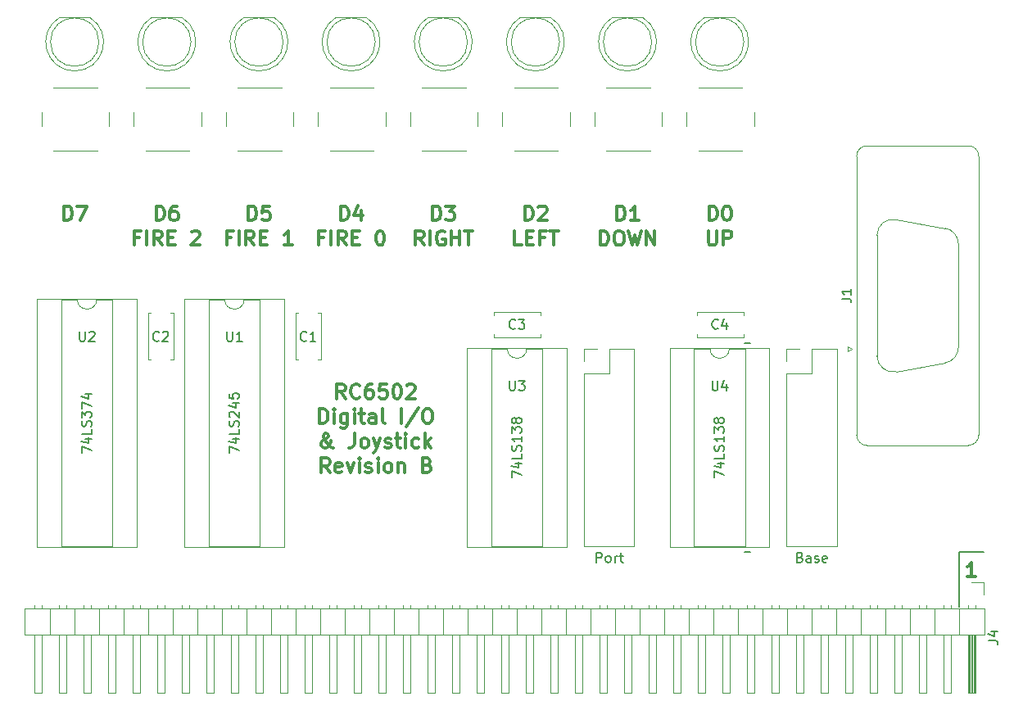
<source format=gto>
G04 #@! TF.FileFunction,Legend,Top*
%FSLAX46Y46*%
G04 Gerber Fmt 4.6, Leading zero omitted, Abs format (unit mm)*
G04 Created by KiCad (PCBNEW 4.0.7) date 03/03/19 23:52:22*
%MOMM*%
%LPD*%
G01*
G04 APERTURE LIST*
%ADD10C,0.100000*%
%ADD11C,0.300000*%
%ADD12C,0.200000*%
%ADD13C,0.120000*%
%ADD14C,0.150000*%
G04 APERTURE END LIST*
D10*
D11*
X80172858Y-102908571D02*
X80172858Y-101408571D01*
X80530001Y-101408571D01*
X80744286Y-101480000D01*
X80887144Y-101622857D01*
X80958572Y-101765714D01*
X81030001Y-102051429D01*
X81030001Y-102265714D01*
X80958572Y-102551429D01*
X80887144Y-102694286D01*
X80744286Y-102837143D01*
X80530001Y-102908571D01*
X80172858Y-102908571D01*
X81530001Y-101408571D02*
X82530001Y-101408571D01*
X81887144Y-102908571D01*
X89697858Y-102908571D02*
X89697858Y-101408571D01*
X90055001Y-101408571D01*
X90269286Y-101480000D01*
X90412144Y-101622857D01*
X90483572Y-101765714D01*
X90555001Y-102051429D01*
X90555001Y-102265714D01*
X90483572Y-102551429D01*
X90412144Y-102694286D01*
X90269286Y-102837143D01*
X90055001Y-102908571D01*
X89697858Y-102908571D01*
X91840715Y-101408571D02*
X91555001Y-101408571D01*
X91412144Y-101480000D01*
X91340715Y-101551429D01*
X91197858Y-101765714D01*
X91126429Y-102051429D01*
X91126429Y-102622857D01*
X91197858Y-102765714D01*
X91269286Y-102837143D01*
X91412144Y-102908571D01*
X91697858Y-102908571D01*
X91840715Y-102837143D01*
X91912144Y-102765714D01*
X91983572Y-102622857D01*
X91983572Y-102265714D01*
X91912144Y-102122857D01*
X91840715Y-102051429D01*
X91697858Y-101980000D01*
X91412144Y-101980000D01*
X91269286Y-102051429D01*
X91197858Y-102122857D01*
X91126429Y-102265714D01*
X87947858Y-104672857D02*
X87447858Y-104672857D01*
X87447858Y-105458571D02*
X87447858Y-103958571D01*
X88162144Y-103958571D01*
X88733572Y-105458571D02*
X88733572Y-103958571D01*
X90305001Y-105458571D02*
X89805001Y-104744286D01*
X89447858Y-105458571D02*
X89447858Y-103958571D01*
X90019286Y-103958571D01*
X90162144Y-104030000D01*
X90233572Y-104101429D01*
X90305001Y-104244286D01*
X90305001Y-104458571D01*
X90233572Y-104601429D01*
X90162144Y-104672857D01*
X90019286Y-104744286D01*
X89447858Y-104744286D01*
X90947858Y-104672857D02*
X91447858Y-104672857D01*
X91662144Y-105458571D02*
X90947858Y-105458571D01*
X90947858Y-103958571D01*
X91662144Y-103958571D01*
X93376429Y-104101429D02*
X93447858Y-104030000D01*
X93590715Y-103958571D01*
X93947858Y-103958571D01*
X94090715Y-104030000D01*
X94162144Y-104101429D01*
X94233572Y-104244286D01*
X94233572Y-104387143D01*
X94162144Y-104601429D01*
X93305001Y-105458571D01*
X94233572Y-105458571D01*
X99222858Y-102908571D02*
X99222858Y-101408571D01*
X99580001Y-101408571D01*
X99794286Y-101480000D01*
X99937144Y-101622857D01*
X100008572Y-101765714D01*
X100080001Y-102051429D01*
X100080001Y-102265714D01*
X100008572Y-102551429D01*
X99937144Y-102694286D01*
X99794286Y-102837143D01*
X99580001Y-102908571D01*
X99222858Y-102908571D01*
X101437144Y-101408571D02*
X100722858Y-101408571D01*
X100651429Y-102122857D01*
X100722858Y-102051429D01*
X100865715Y-101980000D01*
X101222858Y-101980000D01*
X101365715Y-102051429D01*
X101437144Y-102122857D01*
X101508572Y-102265714D01*
X101508572Y-102622857D01*
X101437144Y-102765714D01*
X101365715Y-102837143D01*
X101222858Y-102908571D01*
X100865715Y-102908571D01*
X100722858Y-102837143D01*
X100651429Y-102765714D01*
X97472858Y-104672857D02*
X96972858Y-104672857D01*
X96972858Y-105458571D02*
X96972858Y-103958571D01*
X97687144Y-103958571D01*
X98258572Y-105458571D02*
X98258572Y-103958571D01*
X99830001Y-105458571D02*
X99330001Y-104744286D01*
X98972858Y-105458571D02*
X98972858Y-103958571D01*
X99544286Y-103958571D01*
X99687144Y-104030000D01*
X99758572Y-104101429D01*
X99830001Y-104244286D01*
X99830001Y-104458571D01*
X99758572Y-104601429D01*
X99687144Y-104672857D01*
X99544286Y-104744286D01*
X98972858Y-104744286D01*
X100472858Y-104672857D02*
X100972858Y-104672857D01*
X101187144Y-105458571D02*
X100472858Y-105458571D01*
X100472858Y-103958571D01*
X101187144Y-103958571D01*
X103758572Y-105458571D02*
X102901429Y-105458571D01*
X103330001Y-105458571D02*
X103330001Y-103958571D01*
X103187144Y-104172857D01*
X103044286Y-104315714D01*
X102901429Y-104387143D01*
X108747858Y-102908571D02*
X108747858Y-101408571D01*
X109105001Y-101408571D01*
X109319286Y-101480000D01*
X109462144Y-101622857D01*
X109533572Y-101765714D01*
X109605001Y-102051429D01*
X109605001Y-102265714D01*
X109533572Y-102551429D01*
X109462144Y-102694286D01*
X109319286Y-102837143D01*
X109105001Y-102908571D01*
X108747858Y-102908571D01*
X110890715Y-101908571D02*
X110890715Y-102908571D01*
X110533572Y-101337143D02*
X110176429Y-102408571D01*
X111105001Y-102408571D01*
X106997858Y-104672857D02*
X106497858Y-104672857D01*
X106497858Y-105458571D02*
X106497858Y-103958571D01*
X107212144Y-103958571D01*
X107783572Y-105458571D02*
X107783572Y-103958571D01*
X109355001Y-105458571D02*
X108855001Y-104744286D01*
X108497858Y-105458571D02*
X108497858Y-103958571D01*
X109069286Y-103958571D01*
X109212144Y-104030000D01*
X109283572Y-104101429D01*
X109355001Y-104244286D01*
X109355001Y-104458571D01*
X109283572Y-104601429D01*
X109212144Y-104672857D01*
X109069286Y-104744286D01*
X108497858Y-104744286D01*
X109997858Y-104672857D02*
X110497858Y-104672857D01*
X110712144Y-105458571D02*
X109997858Y-105458571D01*
X109997858Y-103958571D01*
X110712144Y-103958571D01*
X112783572Y-103958571D02*
X112926429Y-103958571D01*
X113069286Y-104030000D01*
X113140715Y-104101429D01*
X113212144Y-104244286D01*
X113283572Y-104530000D01*
X113283572Y-104887143D01*
X113212144Y-105172857D01*
X113140715Y-105315714D01*
X113069286Y-105387143D01*
X112926429Y-105458571D01*
X112783572Y-105458571D01*
X112640715Y-105387143D01*
X112569286Y-105315714D01*
X112497858Y-105172857D01*
X112426429Y-104887143D01*
X112426429Y-104530000D01*
X112497858Y-104244286D01*
X112569286Y-104101429D01*
X112640715Y-104030000D01*
X112783572Y-103958571D01*
X118272858Y-102908571D02*
X118272858Y-101408571D01*
X118630001Y-101408571D01*
X118844286Y-101480000D01*
X118987144Y-101622857D01*
X119058572Y-101765714D01*
X119130001Y-102051429D01*
X119130001Y-102265714D01*
X119058572Y-102551429D01*
X118987144Y-102694286D01*
X118844286Y-102837143D01*
X118630001Y-102908571D01*
X118272858Y-102908571D01*
X119630001Y-101408571D02*
X120558572Y-101408571D01*
X120058572Y-101980000D01*
X120272858Y-101980000D01*
X120415715Y-102051429D01*
X120487144Y-102122857D01*
X120558572Y-102265714D01*
X120558572Y-102622857D01*
X120487144Y-102765714D01*
X120415715Y-102837143D01*
X120272858Y-102908571D01*
X119844286Y-102908571D01*
X119701429Y-102837143D01*
X119630001Y-102765714D01*
X117380000Y-105458571D02*
X116880000Y-104744286D01*
X116522857Y-105458571D02*
X116522857Y-103958571D01*
X117094285Y-103958571D01*
X117237143Y-104030000D01*
X117308571Y-104101429D01*
X117380000Y-104244286D01*
X117380000Y-104458571D01*
X117308571Y-104601429D01*
X117237143Y-104672857D01*
X117094285Y-104744286D01*
X116522857Y-104744286D01*
X118022857Y-105458571D02*
X118022857Y-103958571D01*
X119522857Y-104030000D02*
X119380000Y-103958571D01*
X119165714Y-103958571D01*
X118951429Y-104030000D01*
X118808571Y-104172857D01*
X118737143Y-104315714D01*
X118665714Y-104601429D01*
X118665714Y-104815714D01*
X118737143Y-105101429D01*
X118808571Y-105244286D01*
X118951429Y-105387143D01*
X119165714Y-105458571D01*
X119308571Y-105458571D01*
X119522857Y-105387143D01*
X119594286Y-105315714D01*
X119594286Y-104815714D01*
X119308571Y-104815714D01*
X120237143Y-105458571D02*
X120237143Y-103958571D01*
X120237143Y-104672857D02*
X121094286Y-104672857D01*
X121094286Y-105458571D02*
X121094286Y-103958571D01*
X121594286Y-103958571D02*
X122451429Y-103958571D01*
X122022858Y-105458571D02*
X122022858Y-103958571D01*
X127797858Y-102908571D02*
X127797858Y-101408571D01*
X128155001Y-101408571D01*
X128369286Y-101480000D01*
X128512144Y-101622857D01*
X128583572Y-101765714D01*
X128655001Y-102051429D01*
X128655001Y-102265714D01*
X128583572Y-102551429D01*
X128512144Y-102694286D01*
X128369286Y-102837143D01*
X128155001Y-102908571D01*
X127797858Y-102908571D01*
X129226429Y-101551429D02*
X129297858Y-101480000D01*
X129440715Y-101408571D01*
X129797858Y-101408571D01*
X129940715Y-101480000D01*
X130012144Y-101551429D01*
X130083572Y-101694286D01*
X130083572Y-101837143D01*
X130012144Y-102051429D01*
X129155001Y-102908571D01*
X130083572Y-102908571D01*
X127476429Y-105458571D02*
X126762143Y-105458571D01*
X126762143Y-103958571D01*
X127976429Y-104672857D02*
X128476429Y-104672857D01*
X128690715Y-105458571D02*
X127976429Y-105458571D01*
X127976429Y-103958571D01*
X128690715Y-103958571D01*
X129833572Y-104672857D02*
X129333572Y-104672857D01*
X129333572Y-105458571D02*
X129333572Y-103958571D01*
X130047858Y-103958571D01*
X130405000Y-103958571D02*
X131262143Y-103958571D01*
X130833572Y-105458571D02*
X130833572Y-103958571D01*
X137322858Y-102908571D02*
X137322858Y-101408571D01*
X137680001Y-101408571D01*
X137894286Y-101480000D01*
X138037144Y-101622857D01*
X138108572Y-101765714D01*
X138180001Y-102051429D01*
X138180001Y-102265714D01*
X138108572Y-102551429D01*
X138037144Y-102694286D01*
X137894286Y-102837143D01*
X137680001Y-102908571D01*
X137322858Y-102908571D01*
X139608572Y-102908571D02*
X138751429Y-102908571D01*
X139180001Y-102908571D02*
X139180001Y-101408571D01*
X139037144Y-101622857D01*
X138894286Y-101765714D01*
X138751429Y-101837143D01*
X135608571Y-105458571D02*
X135608571Y-103958571D01*
X135965714Y-103958571D01*
X136179999Y-104030000D01*
X136322857Y-104172857D01*
X136394285Y-104315714D01*
X136465714Y-104601429D01*
X136465714Y-104815714D01*
X136394285Y-105101429D01*
X136322857Y-105244286D01*
X136179999Y-105387143D01*
X135965714Y-105458571D01*
X135608571Y-105458571D01*
X137394285Y-103958571D02*
X137679999Y-103958571D01*
X137822857Y-104030000D01*
X137965714Y-104172857D01*
X138037142Y-104458571D01*
X138037142Y-104958571D01*
X137965714Y-105244286D01*
X137822857Y-105387143D01*
X137679999Y-105458571D01*
X137394285Y-105458571D01*
X137251428Y-105387143D01*
X137108571Y-105244286D01*
X137037142Y-104958571D01*
X137037142Y-104458571D01*
X137108571Y-104172857D01*
X137251428Y-104030000D01*
X137394285Y-103958571D01*
X138537143Y-103958571D02*
X138894286Y-105458571D01*
X139180000Y-104387143D01*
X139465714Y-105458571D01*
X139822857Y-103958571D01*
X140394286Y-105458571D02*
X140394286Y-103958571D01*
X141251429Y-105458571D01*
X141251429Y-103958571D01*
X146847858Y-102908571D02*
X146847858Y-101408571D01*
X147205001Y-101408571D01*
X147419286Y-101480000D01*
X147562144Y-101622857D01*
X147633572Y-101765714D01*
X147705001Y-102051429D01*
X147705001Y-102265714D01*
X147633572Y-102551429D01*
X147562144Y-102694286D01*
X147419286Y-102837143D01*
X147205001Y-102908571D01*
X146847858Y-102908571D01*
X148633572Y-101408571D02*
X148776429Y-101408571D01*
X148919286Y-101480000D01*
X148990715Y-101551429D01*
X149062144Y-101694286D01*
X149133572Y-101980000D01*
X149133572Y-102337143D01*
X149062144Y-102622857D01*
X148990715Y-102765714D01*
X148919286Y-102837143D01*
X148776429Y-102908571D01*
X148633572Y-102908571D01*
X148490715Y-102837143D01*
X148419286Y-102765714D01*
X148347858Y-102622857D01*
X148276429Y-102337143D01*
X148276429Y-101980000D01*
X148347858Y-101694286D01*
X148419286Y-101551429D01*
X148490715Y-101480000D01*
X148633572Y-101408571D01*
X146776429Y-103958571D02*
X146776429Y-105172857D01*
X146847857Y-105315714D01*
X146919286Y-105387143D01*
X147062143Y-105458571D01*
X147347857Y-105458571D01*
X147490715Y-105387143D01*
X147562143Y-105315714D01*
X147633572Y-105172857D01*
X147633572Y-103958571D01*
X148347858Y-105458571D02*
X148347858Y-103958571D01*
X148919286Y-103958571D01*
X149062144Y-104030000D01*
X149133572Y-104101429D01*
X149205001Y-104244286D01*
X149205001Y-104458571D01*
X149133572Y-104601429D01*
X149062144Y-104672857D01*
X148919286Y-104744286D01*
X148347858Y-104744286D01*
X109252144Y-121313571D02*
X108752144Y-120599286D01*
X108395001Y-121313571D02*
X108395001Y-119813571D01*
X108966429Y-119813571D01*
X109109287Y-119885000D01*
X109180715Y-119956429D01*
X109252144Y-120099286D01*
X109252144Y-120313571D01*
X109180715Y-120456429D01*
X109109287Y-120527857D01*
X108966429Y-120599286D01*
X108395001Y-120599286D01*
X110752144Y-121170714D02*
X110680715Y-121242143D01*
X110466429Y-121313571D01*
X110323572Y-121313571D01*
X110109287Y-121242143D01*
X109966429Y-121099286D01*
X109895001Y-120956429D01*
X109823572Y-120670714D01*
X109823572Y-120456429D01*
X109895001Y-120170714D01*
X109966429Y-120027857D01*
X110109287Y-119885000D01*
X110323572Y-119813571D01*
X110466429Y-119813571D01*
X110680715Y-119885000D01*
X110752144Y-119956429D01*
X112037858Y-119813571D02*
X111752144Y-119813571D01*
X111609287Y-119885000D01*
X111537858Y-119956429D01*
X111395001Y-120170714D01*
X111323572Y-120456429D01*
X111323572Y-121027857D01*
X111395001Y-121170714D01*
X111466429Y-121242143D01*
X111609287Y-121313571D01*
X111895001Y-121313571D01*
X112037858Y-121242143D01*
X112109287Y-121170714D01*
X112180715Y-121027857D01*
X112180715Y-120670714D01*
X112109287Y-120527857D01*
X112037858Y-120456429D01*
X111895001Y-120385000D01*
X111609287Y-120385000D01*
X111466429Y-120456429D01*
X111395001Y-120527857D01*
X111323572Y-120670714D01*
X113537858Y-119813571D02*
X112823572Y-119813571D01*
X112752143Y-120527857D01*
X112823572Y-120456429D01*
X112966429Y-120385000D01*
X113323572Y-120385000D01*
X113466429Y-120456429D01*
X113537858Y-120527857D01*
X113609286Y-120670714D01*
X113609286Y-121027857D01*
X113537858Y-121170714D01*
X113466429Y-121242143D01*
X113323572Y-121313571D01*
X112966429Y-121313571D01*
X112823572Y-121242143D01*
X112752143Y-121170714D01*
X114537857Y-119813571D02*
X114680714Y-119813571D01*
X114823571Y-119885000D01*
X114895000Y-119956429D01*
X114966429Y-120099286D01*
X115037857Y-120385000D01*
X115037857Y-120742143D01*
X114966429Y-121027857D01*
X114895000Y-121170714D01*
X114823571Y-121242143D01*
X114680714Y-121313571D01*
X114537857Y-121313571D01*
X114395000Y-121242143D01*
X114323571Y-121170714D01*
X114252143Y-121027857D01*
X114180714Y-120742143D01*
X114180714Y-120385000D01*
X114252143Y-120099286D01*
X114323571Y-119956429D01*
X114395000Y-119885000D01*
X114537857Y-119813571D01*
X115609285Y-119956429D02*
X115680714Y-119885000D01*
X115823571Y-119813571D01*
X116180714Y-119813571D01*
X116323571Y-119885000D01*
X116395000Y-119956429D01*
X116466428Y-120099286D01*
X116466428Y-120242143D01*
X116395000Y-120456429D01*
X115537857Y-121313571D01*
X116466428Y-121313571D01*
X106609285Y-123863571D02*
X106609285Y-122363571D01*
X106966428Y-122363571D01*
X107180713Y-122435000D01*
X107323571Y-122577857D01*
X107394999Y-122720714D01*
X107466428Y-123006429D01*
X107466428Y-123220714D01*
X107394999Y-123506429D01*
X107323571Y-123649286D01*
X107180713Y-123792143D01*
X106966428Y-123863571D01*
X106609285Y-123863571D01*
X108109285Y-123863571D02*
X108109285Y-122863571D01*
X108109285Y-122363571D02*
X108037856Y-122435000D01*
X108109285Y-122506429D01*
X108180713Y-122435000D01*
X108109285Y-122363571D01*
X108109285Y-122506429D01*
X109466428Y-122863571D02*
X109466428Y-124077857D01*
X109394999Y-124220714D01*
X109323571Y-124292143D01*
X109180714Y-124363571D01*
X108966428Y-124363571D01*
X108823571Y-124292143D01*
X109466428Y-123792143D02*
X109323571Y-123863571D01*
X109037857Y-123863571D01*
X108894999Y-123792143D01*
X108823571Y-123720714D01*
X108752142Y-123577857D01*
X108752142Y-123149286D01*
X108823571Y-123006429D01*
X108894999Y-122935000D01*
X109037857Y-122863571D01*
X109323571Y-122863571D01*
X109466428Y-122935000D01*
X110180714Y-123863571D02*
X110180714Y-122863571D01*
X110180714Y-122363571D02*
X110109285Y-122435000D01*
X110180714Y-122506429D01*
X110252142Y-122435000D01*
X110180714Y-122363571D01*
X110180714Y-122506429D01*
X110680714Y-122863571D02*
X111252143Y-122863571D01*
X110895000Y-122363571D02*
X110895000Y-123649286D01*
X110966428Y-123792143D01*
X111109286Y-123863571D01*
X111252143Y-123863571D01*
X112395000Y-123863571D02*
X112395000Y-123077857D01*
X112323571Y-122935000D01*
X112180714Y-122863571D01*
X111895000Y-122863571D01*
X111752143Y-122935000D01*
X112395000Y-123792143D02*
X112252143Y-123863571D01*
X111895000Y-123863571D01*
X111752143Y-123792143D01*
X111680714Y-123649286D01*
X111680714Y-123506429D01*
X111752143Y-123363571D01*
X111895000Y-123292143D01*
X112252143Y-123292143D01*
X112395000Y-123220714D01*
X113323572Y-123863571D02*
X113180714Y-123792143D01*
X113109286Y-123649286D01*
X113109286Y-122363571D01*
X115037857Y-123863571D02*
X115037857Y-122363571D01*
X116823571Y-122292143D02*
X115537857Y-124220714D01*
X117609286Y-122363571D02*
X117895000Y-122363571D01*
X118037858Y-122435000D01*
X118180715Y-122577857D01*
X118252143Y-122863571D01*
X118252143Y-123363571D01*
X118180715Y-123649286D01*
X118037858Y-123792143D01*
X117895000Y-123863571D01*
X117609286Y-123863571D01*
X117466429Y-123792143D01*
X117323572Y-123649286D01*
X117252143Y-123363571D01*
X117252143Y-122863571D01*
X117323572Y-122577857D01*
X117466429Y-122435000D01*
X117609286Y-122363571D01*
X108002143Y-126413571D02*
X107930714Y-126413571D01*
X107787857Y-126342143D01*
X107573571Y-126127857D01*
X107216428Y-125699286D01*
X107073571Y-125485000D01*
X107002143Y-125270714D01*
X107002143Y-125127857D01*
X107073571Y-124985000D01*
X107216428Y-124913571D01*
X107287857Y-124913571D01*
X107430714Y-124985000D01*
X107502143Y-125127857D01*
X107502143Y-125199286D01*
X107430714Y-125342143D01*
X107359285Y-125413571D01*
X106930714Y-125699286D01*
X106859285Y-125770714D01*
X106787857Y-125913571D01*
X106787857Y-126127857D01*
X106859285Y-126270714D01*
X106930714Y-126342143D01*
X107073571Y-126413571D01*
X107287857Y-126413571D01*
X107430714Y-126342143D01*
X107502143Y-126270714D01*
X107716428Y-125985000D01*
X107787857Y-125770714D01*
X107787857Y-125627857D01*
X110216428Y-124913571D02*
X110216428Y-125985000D01*
X110145000Y-126199286D01*
X110002143Y-126342143D01*
X109787857Y-126413571D01*
X109645000Y-126413571D01*
X111145000Y-126413571D02*
X111002142Y-126342143D01*
X110930714Y-126270714D01*
X110859285Y-126127857D01*
X110859285Y-125699286D01*
X110930714Y-125556429D01*
X111002142Y-125485000D01*
X111145000Y-125413571D01*
X111359285Y-125413571D01*
X111502142Y-125485000D01*
X111573571Y-125556429D01*
X111645000Y-125699286D01*
X111645000Y-126127857D01*
X111573571Y-126270714D01*
X111502142Y-126342143D01*
X111359285Y-126413571D01*
X111145000Y-126413571D01*
X112145000Y-125413571D02*
X112502143Y-126413571D01*
X112859285Y-125413571D02*
X112502143Y-126413571D01*
X112359285Y-126770714D01*
X112287857Y-126842143D01*
X112145000Y-126913571D01*
X113359285Y-126342143D02*
X113502142Y-126413571D01*
X113787857Y-126413571D01*
X113930714Y-126342143D01*
X114002142Y-126199286D01*
X114002142Y-126127857D01*
X113930714Y-125985000D01*
X113787857Y-125913571D01*
X113573571Y-125913571D01*
X113430714Y-125842143D01*
X113359285Y-125699286D01*
X113359285Y-125627857D01*
X113430714Y-125485000D01*
X113573571Y-125413571D01*
X113787857Y-125413571D01*
X113930714Y-125485000D01*
X114430714Y-125413571D02*
X115002143Y-125413571D01*
X114645000Y-124913571D02*
X114645000Y-126199286D01*
X114716428Y-126342143D01*
X114859286Y-126413571D01*
X115002143Y-126413571D01*
X115502143Y-126413571D02*
X115502143Y-125413571D01*
X115502143Y-124913571D02*
X115430714Y-124985000D01*
X115502143Y-125056429D01*
X115573571Y-124985000D01*
X115502143Y-124913571D01*
X115502143Y-125056429D01*
X116859286Y-126342143D02*
X116716429Y-126413571D01*
X116430715Y-126413571D01*
X116287857Y-126342143D01*
X116216429Y-126270714D01*
X116145000Y-126127857D01*
X116145000Y-125699286D01*
X116216429Y-125556429D01*
X116287857Y-125485000D01*
X116430715Y-125413571D01*
X116716429Y-125413571D01*
X116859286Y-125485000D01*
X117502143Y-126413571D02*
X117502143Y-124913571D01*
X117645000Y-125842143D02*
X118073571Y-126413571D01*
X118073571Y-125413571D02*
X117502143Y-125985000D01*
X107645000Y-128963571D02*
X107145000Y-128249286D01*
X106787857Y-128963571D02*
X106787857Y-127463571D01*
X107359285Y-127463571D01*
X107502143Y-127535000D01*
X107573571Y-127606429D01*
X107645000Y-127749286D01*
X107645000Y-127963571D01*
X107573571Y-128106429D01*
X107502143Y-128177857D01*
X107359285Y-128249286D01*
X106787857Y-128249286D01*
X108859285Y-128892143D02*
X108716428Y-128963571D01*
X108430714Y-128963571D01*
X108287857Y-128892143D01*
X108216428Y-128749286D01*
X108216428Y-128177857D01*
X108287857Y-128035000D01*
X108430714Y-127963571D01*
X108716428Y-127963571D01*
X108859285Y-128035000D01*
X108930714Y-128177857D01*
X108930714Y-128320714D01*
X108216428Y-128463571D01*
X109430714Y-127963571D02*
X109787857Y-128963571D01*
X110144999Y-127963571D01*
X110716428Y-128963571D02*
X110716428Y-127963571D01*
X110716428Y-127463571D02*
X110644999Y-127535000D01*
X110716428Y-127606429D01*
X110787856Y-127535000D01*
X110716428Y-127463571D01*
X110716428Y-127606429D01*
X111359285Y-128892143D02*
X111502142Y-128963571D01*
X111787857Y-128963571D01*
X111930714Y-128892143D01*
X112002142Y-128749286D01*
X112002142Y-128677857D01*
X111930714Y-128535000D01*
X111787857Y-128463571D01*
X111573571Y-128463571D01*
X111430714Y-128392143D01*
X111359285Y-128249286D01*
X111359285Y-128177857D01*
X111430714Y-128035000D01*
X111573571Y-127963571D01*
X111787857Y-127963571D01*
X111930714Y-128035000D01*
X112645000Y-128963571D02*
X112645000Y-127963571D01*
X112645000Y-127463571D02*
X112573571Y-127535000D01*
X112645000Y-127606429D01*
X112716428Y-127535000D01*
X112645000Y-127463571D01*
X112645000Y-127606429D01*
X113573572Y-128963571D02*
X113430714Y-128892143D01*
X113359286Y-128820714D01*
X113287857Y-128677857D01*
X113287857Y-128249286D01*
X113359286Y-128106429D01*
X113430714Y-128035000D01*
X113573572Y-127963571D01*
X113787857Y-127963571D01*
X113930714Y-128035000D01*
X114002143Y-128106429D01*
X114073572Y-128249286D01*
X114073572Y-128677857D01*
X114002143Y-128820714D01*
X113930714Y-128892143D01*
X113787857Y-128963571D01*
X113573572Y-128963571D01*
X114716429Y-127963571D02*
X114716429Y-128963571D01*
X114716429Y-128106429D02*
X114787857Y-128035000D01*
X114930715Y-127963571D01*
X115145000Y-127963571D01*
X115287857Y-128035000D01*
X115359286Y-128177857D01*
X115359286Y-128963571D01*
X117716429Y-128177857D02*
X117930715Y-128249286D01*
X118002143Y-128320714D01*
X118073572Y-128463571D01*
X118073572Y-128677857D01*
X118002143Y-128820714D01*
X117930715Y-128892143D01*
X117787857Y-128963571D01*
X117216429Y-128963571D01*
X117216429Y-127463571D01*
X117716429Y-127463571D01*
X117859286Y-127535000D01*
X117930715Y-127606429D01*
X118002143Y-127749286D01*
X118002143Y-127892143D01*
X117930715Y-128035000D01*
X117859286Y-128106429D01*
X117716429Y-128177857D01*
X117216429Y-128177857D01*
D12*
X151130000Y-115570000D02*
X150495000Y-115570000D01*
X151130000Y-137160000D02*
X150495000Y-137160000D01*
D11*
X174418572Y-139743571D02*
X173561429Y-139743571D01*
X173990001Y-139743571D02*
X173990001Y-138243571D01*
X173847144Y-138457857D01*
X173704286Y-138600714D01*
X173561429Y-138672143D01*
D12*
X172720000Y-137160000D02*
X175260000Y-137160000D01*
X172720000Y-142875000D02*
X172720000Y-137160000D01*
D13*
X133925000Y-136585000D02*
X139125000Y-136585000D01*
X133925000Y-118745000D02*
X133925000Y-136585000D01*
X139125000Y-116145000D02*
X139125000Y-136585000D01*
X133925000Y-118745000D02*
X136525000Y-118745000D01*
X136525000Y-118745000D02*
X136525000Y-116145000D01*
X136525000Y-116145000D02*
X139125000Y-116145000D01*
X133925000Y-117475000D02*
X133925000Y-116145000D01*
X133925000Y-116145000D02*
X135255000Y-116145000D01*
X154880000Y-136585000D02*
X160080000Y-136585000D01*
X154880000Y-118745000D02*
X154880000Y-136585000D01*
X160080000Y-116145000D02*
X160080000Y-136585000D01*
X154880000Y-118745000D02*
X157480000Y-118745000D01*
X157480000Y-118745000D02*
X157480000Y-116145000D01*
X157480000Y-116145000D02*
X160080000Y-116145000D01*
X154880000Y-117475000D02*
X154880000Y-116145000D01*
X154880000Y-116145000D02*
X156210000Y-116145000D01*
X175320000Y-143045000D02*
X76140000Y-143045000D01*
X76140000Y-143045000D02*
X76140000Y-145705000D01*
X76140000Y-145705000D02*
X175320000Y-145705000D01*
X175320000Y-145705000D02*
X175320000Y-143045000D01*
X174370000Y-145705000D02*
X174370000Y-151705000D01*
X174370000Y-151705000D02*
X173610000Y-151705000D01*
X173610000Y-151705000D02*
X173610000Y-145705000D01*
X174310000Y-145705000D02*
X174310000Y-151705000D01*
X174190000Y-145705000D02*
X174190000Y-151705000D01*
X174070000Y-145705000D02*
X174070000Y-151705000D01*
X173950000Y-145705000D02*
X173950000Y-151705000D01*
X173830000Y-145705000D02*
X173830000Y-151705000D01*
X173710000Y-145705000D02*
X173710000Y-151705000D01*
X174370000Y-142715000D02*
X174370000Y-143045000D01*
X173610000Y-142715000D02*
X173610000Y-143045000D01*
X172720000Y-143045000D02*
X172720000Y-145705000D01*
X171830000Y-145705000D02*
X171830000Y-151705000D01*
X171830000Y-151705000D02*
X171070000Y-151705000D01*
X171070000Y-151705000D02*
X171070000Y-145705000D01*
X171830000Y-142647929D02*
X171830000Y-143045000D01*
X171070000Y-142647929D02*
X171070000Y-143045000D01*
X170180000Y-143045000D02*
X170180000Y-145705000D01*
X169290000Y-145705000D02*
X169290000Y-151705000D01*
X169290000Y-151705000D02*
X168530000Y-151705000D01*
X168530000Y-151705000D02*
X168530000Y-145705000D01*
X169290000Y-142647929D02*
X169290000Y-143045000D01*
X168530000Y-142647929D02*
X168530000Y-143045000D01*
X167640000Y-143045000D02*
X167640000Y-145705000D01*
X166750000Y-145705000D02*
X166750000Y-151705000D01*
X166750000Y-151705000D02*
X165990000Y-151705000D01*
X165990000Y-151705000D02*
X165990000Y-145705000D01*
X166750000Y-142647929D02*
X166750000Y-143045000D01*
X165990000Y-142647929D02*
X165990000Y-143045000D01*
X165100000Y-143045000D02*
X165100000Y-145705000D01*
X164210000Y-145705000D02*
X164210000Y-151705000D01*
X164210000Y-151705000D02*
X163450000Y-151705000D01*
X163450000Y-151705000D02*
X163450000Y-145705000D01*
X164210000Y-142647929D02*
X164210000Y-143045000D01*
X163450000Y-142647929D02*
X163450000Y-143045000D01*
X162560000Y-143045000D02*
X162560000Y-145705000D01*
X161670000Y-145705000D02*
X161670000Y-151705000D01*
X161670000Y-151705000D02*
X160910000Y-151705000D01*
X160910000Y-151705000D02*
X160910000Y-145705000D01*
X161670000Y-142647929D02*
X161670000Y-143045000D01*
X160910000Y-142647929D02*
X160910000Y-143045000D01*
X160020000Y-143045000D02*
X160020000Y-145705000D01*
X159130000Y-145705000D02*
X159130000Y-151705000D01*
X159130000Y-151705000D02*
X158370000Y-151705000D01*
X158370000Y-151705000D02*
X158370000Y-145705000D01*
X159130000Y-142647929D02*
X159130000Y-143045000D01*
X158370000Y-142647929D02*
X158370000Y-143045000D01*
X157480000Y-143045000D02*
X157480000Y-145705000D01*
X156590000Y-145705000D02*
X156590000Y-151705000D01*
X156590000Y-151705000D02*
X155830000Y-151705000D01*
X155830000Y-151705000D02*
X155830000Y-145705000D01*
X156590000Y-142647929D02*
X156590000Y-143045000D01*
X155830000Y-142647929D02*
X155830000Y-143045000D01*
X154940000Y-143045000D02*
X154940000Y-145705000D01*
X154050000Y-145705000D02*
X154050000Y-151705000D01*
X154050000Y-151705000D02*
X153290000Y-151705000D01*
X153290000Y-151705000D02*
X153290000Y-145705000D01*
X154050000Y-142647929D02*
X154050000Y-143045000D01*
X153290000Y-142647929D02*
X153290000Y-143045000D01*
X152400000Y-143045000D02*
X152400000Y-145705000D01*
X151510000Y-145705000D02*
X151510000Y-151705000D01*
X151510000Y-151705000D02*
X150750000Y-151705000D01*
X150750000Y-151705000D02*
X150750000Y-145705000D01*
X151510000Y-142647929D02*
X151510000Y-143045000D01*
X150750000Y-142647929D02*
X150750000Y-143045000D01*
X149860000Y-143045000D02*
X149860000Y-145705000D01*
X148970000Y-145705000D02*
X148970000Y-151705000D01*
X148970000Y-151705000D02*
X148210000Y-151705000D01*
X148210000Y-151705000D02*
X148210000Y-145705000D01*
X148970000Y-142647929D02*
X148970000Y-143045000D01*
X148210000Y-142647929D02*
X148210000Y-143045000D01*
X147320000Y-143045000D02*
X147320000Y-145705000D01*
X146430000Y-145705000D02*
X146430000Y-151705000D01*
X146430000Y-151705000D02*
X145670000Y-151705000D01*
X145670000Y-151705000D02*
X145670000Y-145705000D01*
X146430000Y-142647929D02*
X146430000Y-143045000D01*
X145670000Y-142647929D02*
X145670000Y-143045000D01*
X144780000Y-143045000D02*
X144780000Y-145705000D01*
X143890000Y-145705000D02*
X143890000Y-151705000D01*
X143890000Y-151705000D02*
X143130000Y-151705000D01*
X143130000Y-151705000D02*
X143130000Y-145705000D01*
X143890000Y-142647929D02*
X143890000Y-143045000D01*
X143130000Y-142647929D02*
X143130000Y-143045000D01*
X142240000Y-143045000D02*
X142240000Y-145705000D01*
X141350000Y-145705000D02*
X141350000Y-151705000D01*
X141350000Y-151705000D02*
X140590000Y-151705000D01*
X140590000Y-151705000D02*
X140590000Y-145705000D01*
X141350000Y-142647929D02*
X141350000Y-143045000D01*
X140590000Y-142647929D02*
X140590000Y-143045000D01*
X139700000Y-143045000D02*
X139700000Y-145705000D01*
X138810000Y-145705000D02*
X138810000Y-151705000D01*
X138810000Y-151705000D02*
X138050000Y-151705000D01*
X138050000Y-151705000D02*
X138050000Y-145705000D01*
X138810000Y-142647929D02*
X138810000Y-143045000D01*
X138050000Y-142647929D02*
X138050000Y-143045000D01*
X137160000Y-143045000D02*
X137160000Y-145705000D01*
X136270000Y-145705000D02*
X136270000Y-151705000D01*
X136270000Y-151705000D02*
X135510000Y-151705000D01*
X135510000Y-151705000D02*
X135510000Y-145705000D01*
X136270000Y-142647929D02*
X136270000Y-143045000D01*
X135510000Y-142647929D02*
X135510000Y-143045000D01*
X134620000Y-143045000D02*
X134620000Y-145705000D01*
X133730000Y-145705000D02*
X133730000Y-151705000D01*
X133730000Y-151705000D02*
X132970000Y-151705000D01*
X132970000Y-151705000D02*
X132970000Y-145705000D01*
X133730000Y-142647929D02*
X133730000Y-143045000D01*
X132970000Y-142647929D02*
X132970000Y-143045000D01*
X132080000Y-143045000D02*
X132080000Y-145705000D01*
X131190000Y-145705000D02*
X131190000Y-151705000D01*
X131190000Y-151705000D02*
X130430000Y-151705000D01*
X130430000Y-151705000D02*
X130430000Y-145705000D01*
X131190000Y-142647929D02*
X131190000Y-143045000D01*
X130430000Y-142647929D02*
X130430000Y-143045000D01*
X129540000Y-143045000D02*
X129540000Y-145705000D01*
X128650000Y-145705000D02*
X128650000Y-151705000D01*
X128650000Y-151705000D02*
X127890000Y-151705000D01*
X127890000Y-151705000D02*
X127890000Y-145705000D01*
X128650000Y-142647929D02*
X128650000Y-143045000D01*
X127890000Y-142647929D02*
X127890000Y-143045000D01*
X127000000Y-143045000D02*
X127000000Y-145705000D01*
X126110000Y-145705000D02*
X126110000Y-151705000D01*
X126110000Y-151705000D02*
X125350000Y-151705000D01*
X125350000Y-151705000D02*
X125350000Y-145705000D01*
X126110000Y-142647929D02*
X126110000Y-143045000D01*
X125350000Y-142647929D02*
X125350000Y-143045000D01*
X124460000Y-143045000D02*
X124460000Y-145705000D01*
X123570000Y-145705000D02*
X123570000Y-151705000D01*
X123570000Y-151705000D02*
X122810000Y-151705000D01*
X122810000Y-151705000D02*
X122810000Y-145705000D01*
X123570000Y-142647929D02*
X123570000Y-143045000D01*
X122810000Y-142647929D02*
X122810000Y-143045000D01*
X121920000Y-143045000D02*
X121920000Y-145705000D01*
X121030000Y-145705000D02*
X121030000Y-151705000D01*
X121030000Y-151705000D02*
X120270000Y-151705000D01*
X120270000Y-151705000D02*
X120270000Y-145705000D01*
X121030000Y-142647929D02*
X121030000Y-143045000D01*
X120270000Y-142647929D02*
X120270000Y-143045000D01*
X119380000Y-143045000D02*
X119380000Y-145705000D01*
X118490000Y-145705000D02*
X118490000Y-151705000D01*
X118490000Y-151705000D02*
X117730000Y-151705000D01*
X117730000Y-151705000D02*
X117730000Y-145705000D01*
X118490000Y-142647929D02*
X118490000Y-143045000D01*
X117730000Y-142647929D02*
X117730000Y-143045000D01*
X116840000Y-143045000D02*
X116840000Y-145705000D01*
X115950000Y-145705000D02*
X115950000Y-151705000D01*
X115950000Y-151705000D02*
X115190000Y-151705000D01*
X115190000Y-151705000D02*
X115190000Y-145705000D01*
X115950000Y-142647929D02*
X115950000Y-143045000D01*
X115190000Y-142647929D02*
X115190000Y-143045000D01*
X114300000Y-143045000D02*
X114300000Y-145705000D01*
X113410000Y-145705000D02*
X113410000Y-151705000D01*
X113410000Y-151705000D02*
X112650000Y-151705000D01*
X112650000Y-151705000D02*
X112650000Y-145705000D01*
X113410000Y-142647929D02*
X113410000Y-143045000D01*
X112650000Y-142647929D02*
X112650000Y-143045000D01*
X111760000Y-143045000D02*
X111760000Y-145705000D01*
X110870000Y-145705000D02*
X110870000Y-151705000D01*
X110870000Y-151705000D02*
X110110000Y-151705000D01*
X110110000Y-151705000D02*
X110110000Y-145705000D01*
X110870000Y-142647929D02*
X110870000Y-143045000D01*
X110110000Y-142647929D02*
X110110000Y-143045000D01*
X109220000Y-143045000D02*
X109220000Y-145705000D01*
X108330000Y-145705000D02*
X108330000Y-151705000D01*
X108330000Y-151705000D02*
X107570000Y-151705000D01*
X107570000Y-151705000D02*
X107570000Y-145705000D01*
X108330000Y-142647929D02*
X108330000Y-143045000D01*
X107570000Y-142647929D02*
X107570000Y-143045000D01*
X106680000Y-143045000D02*
X106680000Y-145705000D01*
X105790000Y-145705000D02*
X105790000Y-151705000D01*
X105790000Y-151705000D02*
X105030000Y-151705000D01*
X105030000Y-151705000D02*
X105030000Y-145705000D01*
X105790000Y-142647929D02*
X105790000Y-143045000D01*
X105030000Y-142647929D02*
X105030000Y-143045000D01*
X104140000Y-143045000D02*
X104140000Y-145705000D01*
X103250000Y-145705000D02*
X103250000Y-151705000D01*
X103250000Y-151705000D02*
X102490000Y-151705000D01*
X102490000Y-151705000D02*
X102490000Y-145705000D01*
X103250000Y-142647929D02*
X103250000Y-143045000D01*
X102490000Y-142647929D02*
X102490000Y-143045000D01*
X101600000Y-143045000D02*
X101600000Y-145705000D01*
X100710000Y-145705000D02*
X100710000Y-151705000D01*
X100710000Y-151705000D02*
X99950000Y-151705000D01*
X99950000Y-151705000D02*
X99950000Y-145705000D01*
X100710000Y-142647929D02*
X100710000Y-143045000D01*
X99950000Y-142647929D02*
X99950000Y-143045000D01*
X99060000Y-143045000D02*
X99060000Y-145705000D01*
X98170000Y-145705000D02*
X98170000Y-151705000D01*
X98170000Y-151705000D02*
X97410000Y-151705000D01*
X97410000Y-151705000D02*
X97410000Y-145705000D01*
X98170000Y-142647929D02*
X98170000Y-143045000D01*
X97410000Y-142647929D02*
X97410000Y-143045000D01*
X96520000Y-143045000D02*
X96520000Y-145705000D01*
X95630000Y-145705000D02*
X95630000Y-151705000D01*
X95630000Y-151705000D02*
X94870000Y-151705000D01*
X94870000Y-151705000D02*
X94870000Y-145705000D01*
X95630000Y-142647929D02*
X95630000Y-143045000D01*
X94870000Y-142647929D02*
X94870000Y-143045000D01*
X93980000Y-143045000D02*
X93980000Y-145705000D01*
X93090000Y-145705000D02*
X93090000Y-151705000D01*
X93090000Y-151705000D02*
X92330000Y-151705000D01*
X92330000Y-151705000D02*
X92330000Y-145705000D01*
X93090000Y-142647929D02*
X93090000Y-143045000D01*
X92330000Y-142647929D02*
X92330000Y-143045000D01*
X91440000Y-143045000D02*
X91440000Y-145705000D01*
X90550000Y-145705000D02*
X90550000Y-151705000D01*
X90550000Y-151705000D02*
X89790000Y-151705000D01*
X89790000Y-151705000D02*
X89790000Y-145705000D01*
X90550000Y-142647929D02*
X90550000Y-143045000D01*
X89790000Y-142647929D02*
X89790000Y-143045000D01*
X88900000Y-143045000D02*
X88900000Y-145705000D01*
X88010000Y-145705000D02*
X88010000Y-151705000D01*
X88010000Y-151705000D02*
X87250000Y-151705000D01*
X87250000Y-151705000D02*
X87250000Y-145705000D01*
X88010000Y-142647929D02*
X88010000Y-143045000D01*
X87250000Y-142647929D02*
X87250000Y-143045000D01*
X86360000Y-143045000D02*
X86360000Y-145705000D01*
X85470000Y-145705000D02*
X85470000Y-151705000D01*
X85470000Y-151705000D02*
X84710000Y-151705000D01*
X84710000Y-151705000D02*
X84710000Y-145705000D01*
X85470000Y-142647929D02*
X85470000Y-143045000D01*
X84710000Y-142647929D02*
X84710000Y-143045000D01*
X83820000Y-143045000D02*
X83820000Y-145705000D01*
X82930000Y-145705000D02*
X82930000Y-151705000D01*
X82930000Y-151705000D02*
X82170000Y-151705000D01*
X82170000Y-151705000D02*
X82170000Y-145705000D01*
X82930000Y-142647929D02*
X82930000Y-143045000D01*
X82170000Y-142647929D02*
X82170000Y-143045000D01*
X81280000Y-143045000D02*
X81280000Y-145705000D01*
X80390000Y-145705000D02*
X80390000Y-151705000D01*
X80390000Y-151705000D02*
X79630000Y-151705000D01*
X79630000Y-151705000D02*
X79630000Y-145705000D01*
X80390000Y-142647929D02*
X80390000Y-143045000D01*
X79630000Y-142647929D02*
X79630000Y-143045000D01*
X78740000Y-143045000D02*
X78740000Y-145705000D01*
X77850000Y-145705000D02*
X77850000Y-151705000D01*
X77850000Y-151705000D02*
X77090000Y-151705000D01*
X77090000Y-151705000D02*
X77090000Y-145705000D01*
X77850000Y-142647929D02*
X77850000Y-143045000D01*
X77090000Y-142647929D02*
X77090000Y-143045000D01*
X173990000Y-140335000D02*
X175260000Y-140335000D01*
X175260000Y-140335000D02*
X175260000Y-141605000D01*
X106720000Y-112485000D02*
X106720000Y-117305000D01*
X104100000Y-112485000D02*
X104100000Y-117305000D01*
X106720000Y-112485000D02*
X106406000Y-112485000D01*
X104414000Y-112485000D02*
X104100000Y-112485000D01*
X106720000Y-117305000D02*
X106406000Y-117305000D01*
X104414000Y-117305000D02*
X104100000Y-117305000D01*
X91480000Y-112485000D02*
X91480000Y-117305000D01*
X88860000Y-112485000D02*
X88860000Y-117305000D01*
X91480000Y-112485000D02*
X91166000Y-112485000D01*
X89174000Y-112485000D02*
X88860000Y-112485000D01*
X91480000Y-117305000D02*
X91166000Y-117305000D01*
X89174000Y-117305000D02*
X88860000Y-117305000D01*
X129450000Y-114975000D02*
X124630000Y-114975000D01*
X129450000Y-112355000D02*
X124630000Y-112355000D01*
X129450000Y-114975000D02*
X129450000Y-114661000D01*
X129450000Y-112669000D02*
X129450000Y-112355000D01*
X124630000Y-114975000D02*
X124630000Y-114661000D01*
X124630000Y-112669000D02*
X124630000Y-112355000D01*
X150405000Y-114975000D02*
X145585000Y-114975000D01*
X150405000Y-112355000D02*
X145585000Y-112355000D01*
X150405000Y-114975000D02*
X150405000Y-114661000D01*
X150405000Y-112669000D02*
X150405000Y-112355000D01*
X145585000Y-114975000D02*
X145585000Y-114661000D01*
X145585000Y-112669000D02*
X145585000Y-112355000D01*
X147954538Y-87445000D02*
G75*
G03X149499830Y-81895000I462J2990000D01*
G01*
X147955462Y-87445000D02*
G75*
G02X146410170Y-81895000I-462J2990000D01*
G01*
X150455000Y-84455000D02*
G75*
G03X150455000Y-84455000I-2500000J0D01*
G01*
X149500000Y-81895000D02*
X146410000Y-81895000D01*
X138429538Y-87445000D02*
G75*
G03X139974830Y-81895000I462J2990000D01*
G01*
X138430462Y-87445000D02*
G75*
G02X136885170Y-81895000I-462J2990000D01*
G01*
X140930000Y-84455000D02*
G75*
G03X140930000Y-84455000I-2500000J0D01*
G01*
X139975000Y-81895000D02*
X136885000Y-81895000D01*
X128904538Y-87445000D02*
G75*
G03X130449830Y-81895000I462J2990000D01*
G01*
X128905462Y-87445000D02*
G75*
G02X127360170Y-81895000I-462J2990000D01*
G01*
X131405000Y-84455000D02*
G75*
G03X131405000Y-84455000I-2500000J0D01*
G01*
X130450000Y-81895000D02*
X127360000Y-81895000D01*
X119379538Y-87445000D02*
G75*
G03X120924830Y-81895000I462J2990000D01*
G01*
X119380462Y-87445000D02*
G75*
G02X117835170Y-81895000I-462J2990000D01*
G01*
X121880000Y-84455000D02*
G75*
G03X121880000Y-84455000I-2500000J0D01*
G01*
X120925000Y-81895000D02*
X117835000Y-81895000D01*
X109854538Y-87445000D02*
G75*
G03X111399830Y-81895000I462J2990000D01*
G01*
X109855462Y-87445000D02*
G75*
G02X108310170Y-81895000I-462J2990000D01*
G01*
X112355000Y-84455000D02*
G75*
G03X112355000Y-84455000I-2500000J0D01*
G01*
X111400000Y-81895000D02*
X108310000Y-81895000D01*
X100329538Y-87445000D02*
G75*
G03X101874830Y-81895000I462J2990000D01*
G01*
X100330462Y-87445000D02*
G75*
G02X98785170Y-81895000I-462J2990000D01*
G01*
X102830000Y-84455000D02*
G75*
G03X102830000Y-84455000I-2500000J0D01*
G01*
X101875000Y-81895000D02*
X98785000Y-81895000D01*
X90804538Y-87445000D02*
G75*
G03X92349830Y-81895000I462J2990000D01*
G01*
X90805462Y-87445000D02*
G75*
G02X89260170Y-81895000I-462J2990000D01*
G01*
X93305000Y-84455000D02*
G75*
G03X93305000Y-84455000I-2500000J0D01*
G01*
X92350000Y-81895000D02*
X89260000Y-81895000D01*
X81279538Y-87445000D02*
G75*
G03X82824830Y-81895000I462J2990000D01*
G01*
X81280462Y-87445000D02*
G75*
G02X79735170Y-81895000I-462J2990000D01*
G01*
X83780000Y-84455000D02*
G75*
G03X83780000Y-84455000I-2500000J0D01*
G01*
X82825000Y-81895000D02*
X79735000Y-81895000D01*
X162115000Y-125090000D02*
G75*
G03X163175000Y-126150000I1060000J0D01*
G01*
X163175000Y-95180000D02*
G75*
G03X162115000Y-96240000I0J-1060000D01*
G01*
X174735000Y-125090000D02*
G75*
G02X173675000Y-126150000I-1060000J0D01*
G01*
X174735000Y-96240000D02*
G75*
G03X173675000Y-95180000I-1060000J0D01*
G01*
X166163256Y-118531470D02*
G75*
G02X164215000Y-116896689I-288256J1634781D01*
G01*
X166163256Y-102798530D02*
G75*
G03X164215000Y-104433311I-288256J-1634781D01*
G01*
X171263256Y-117632202D02*
G75*
G03X172635000Y-115997421I-288256J1634781D01*
G01*
X171263256Y-103697798D02*
G75*
G02X172635000Y-105332579I-288256J-1634781D01*
G01*
X162115000Y-125090000D02*
X162115000Y-96240000D01*
X163175000Y-95180000D02*
X173675000Y-95180000D01*
X174735000Y-96240000D02*
X174735000Y-125090000D01*
X173675000Y-126150000D02*
X163175000Y-126150000D01*
X161220662Y-116455000D02*
X161220662Y-115955000D01*
X161220662Y-115955000D02*
X161653675Y-116205000D01*
X161653675Y-116205000D02*
X161220662Y-116455000D01*
X164215000Y-116896689D02*
X164215000Y-104433311D01*
X172635000Y-115997421D02*
X172635000Y-105332579D01*
X166163256Y-102798530D02*
X171263256Y-103697798D01*
X166163256Y-118531470D02*
X171263256Y-117632202D01*
X145780000Y-95670000D02*
X150280000Y-95670000D01*
X144530000Y-91670000D02*
X144530000Y-93170000D01*
X150280000Y-89170000D02*
X145780000Y-89170000D01*
X151530000Y-93170000D02*
X151530000Y-91670000D01*
X136255000Y-95670000D02*
X140755000Y-95670000D01*
X135005000Y-91670000D02*
X135005000Y-93170000D01*
X140755000Y-89170000D02*
X136255000Y-89170000D01*
X142005000Y-93170000D02*
X142005000Y-91670000D01*
X126730000Y-95670000D02*
X131230000Y-95670000D01*
X125480000Y-91670000D02*
X125480000Y-93170000D01*
X131230000Y-89170000D02*
X126730000Y-89170000D01*
X132480000Y-93170000D02*
X132480000Y-91670000D01*
X117205000Y-95670000D02*
X121705000Y-95670000D01*
X115955000Y-91670000D02*
X115955000Y-93170000D01*
X121705000Y-89170000D02*
X117205000Y-89170000D01*
X122955000Y-93170000D02*
X122955000Y-91670000D01*
X107680000Y-95670000D02*
X112180000Y-95670000D01*
X106430000Y-91670000D02*
X106430000Y-93170000D01*
X112180000Y-89170000D02*
X107680000Y-89170000D01*
X113430000Y-93170000D02*
X113430000Y-91670000D01*
X98155000Y-95670000D02*
X102655000Y-95670000D01*
X96905000Y-91670000D02*
X96905000Y-93170000D01*
X102655000Y-89170000D02*
X98155000Y-89170000D01*
X103905000Y-93170000D02*
X103905000Y-91670000D01*
X88630000Y-95670000D02*
X93130000Y-95670000D01*
X87380000Y-91670000D02*
X87380000Y-93170000D01*
X93130000Y-89170000D02*
X88630000Y-89170000D01*
X94380000Y-93170000D02*
X94380000Y-91670000D01*
X79105000Y-95670000D02*
X83605000Y-95670000D01*
X77855000Y-91670000D02*
X77855000Y-93170000D01*
X83605000Y-89170000D02*
X79105000Y-89170000D01*
X84855000Y-93170000D02*
X84855000Y-91670000D01*
X98790000Y-111065000D02*
G75*
G02X96790000Y-111065000I-1000000J0D01*
G01*
X96790000Y-111065000D02*
X95140000Y-111065000D01*
X95140000Y-111065000D02*
X95140000Y-136585000D01*
X95140000Y-136585000D02*
X100440000Y-136585000D01*
X100440000Y-136585000D02*
X100440000Y-111065000D01*
X100440000Y-111065000D02*
X98790000Y-111065000D01*
X92650000Y-111005000D02*
X92650000Y-136645000D01*
X92650000Y-136645000D02*
X102930000Y-136645000D01*
X102930000Y-136645000D02*
X102930000Y-111005000D01*
X102930000Y-111005000D02*
X92650000Y-111005000D01*
X128000000Y-116145000D02*
G75*
G02X126000000Y-116145000I-1000000J0D01*
G01*
X126000000Y-116145000D02*
X124350000Y-116145000D01*
X124350000Y-116145000D02*
X124350000Y-136585000D01*
X124350000Y-136585000D02*
X129650000Y-136585000D01*
X129650000Y-136585000D02*
X129650000Y-116145000D01*
X129650000Y-116145000D02*
X128000000Y-116145000D01*
X121860000Y-116085000D02*
X121860000Y-136645000D01*
X121860000Y-136645000D02*
X132140000Y-136645000D01*
X132140000Y-136645000D02*
X132140000Y-116085000D01*
X132140000Y-116085000D02*
X121860000Y-116085000D01*
X148955000Y-116145000D02*
G75*
G02X146955000Y-116145000I-1000000J0D01*
G01*
X146955000Y-116145000D02*
X145305000Y-116145000D01*
X145305000Y-116145000D02*
X145305000Y-136585000D01*
X145305000Y-136585000D02*
X150605000Y-136585000D01*
X150605000Y-136585000D02*
X150605000Y-116145000D01*
X150605000Y-116145000D02*
X148955000Y-116145000D01*
X142815000Y-116085000D02*
X142815000Y-136645000D01*
X142815000Y-136645000D02*
X153095000Y-136645000D01*
X153095000Y-136645000D02*
X153095000Y-116085000D01*
X153095000Y-116085000D02*
X142815000Y-116085000D01*
X83550000Y-111065000D02*
G75*
G02X81550000Y-111065000I-1000000J0D01*
G01*
X81550000Y-111065000D02*
X79900000Y-111065000D01*
X79900000Y-111065000D02*
X79900000Y-136585000D01*
X79900000Y-136585000D02*
X85200000Y-136585000D01*
X85200000Y-136585000D02*
X85200000Y-111065000D01*
X85200000Y-111065000D02*
X83550000Y-111065000D01*
X77410000Y-111005000D02*
X77410000Y-136645000D01*
X77410000Y-136645000D02*
X87690000Y-136645000D01*
X87690000Y-136645000D02*
X87690000Y-111005000D01*
X87690000Y-111005000D02*
X77410000Y-111005000D01*
D14*
X135215476Y-138247381D02*
X135215476Y-137247381D01*
X135596429Y-137247381D01*
X135691667Y-137295000D01*
X135739286Y-137342619D01*
X135786905Y-137437857D01*
X135786905Y-137580714D01*
X135739286Y-137675952D01*
X135691667Y-137723571D01*
X135596429Y-137771190D01*
X135215476Y-137771190D01*
X136358333Y-138247381D02*
X136263095Y-138199762D01*
X136215476Y-138152143D01*
X136167857Y-138056905D01*
X136167857Y-137771190D01*
X136215476Y-137675952D01*
X136263095Y-137628333D01*
X136358333Y-137580714D01*
X136501191Y-137580714D01*
X136596429Y-137628333D01*
X136644048Y-137675952D01*
X136691667Y-137771190D01*
X136691667Y-138056905D01*
X136644048Y-138152143D01*
X136596429Y-138199762D01*
X136501191Y-138247381D01*
X136358333Y-138247381D01*
X137120238Y-138247381D02*
X137120238Y-137580714D01*
X137120238Y-137771190D02*
X137167857Y-137675952D01*
X137215476Y-137628333D01*
X137310714Y-137580714D01*
X137405953Y-137580714D01*
X137596429Y-137580714D02*
X137977381Y-137580714D01*
X137739286Y-137247381D02*
X137739286Y-138104524D01*
X137786905Y-138199762D01*
X137882143Y-138247381D01*
X137977381Y-138247381D01*
X156265715Y-137723571D02*
X156408572Y-137771190D01*
X156456191Y-137818810D01*
X156503810Y-137914048D01*
X156503810Y-138056905D01*
X156456191Y-138152143D01*
X156408572Y-138199762D01*
X156313334Y-138247381D01*
X155932381Y-138247381D01*
X155932381Y-137247381D01*
X156265715Y-137247381D01*
X156360953Y-137295000D01*
X156408572Y-137342619D01*
X156456191Y-137437857D01*
X156456191Y-137533095D01*
X156408572Y-137628333D01*
X156360953Y-137675952D01*
X156265715Y-137723571D01*
X155932381Y-137723571D01*
X157360953Y-138247381D02*
X157360953Y-137723571D01*
X157313334Y-137628333D01*
X157218096Y-137580714D01*
X157027619Y-137580714D01*
X156932381Y-137628333D01*
X157360953Y-138199762D02*
X157265715Y-138247381D01*
X157027619Y-138247381D01*
X156932381Y-138199762D01*
X156884762Y-138104524D01*
X156884762Y-138009286D01*
X156932381Y-137914048D01*
X157027619Y-137866429D01*
X157265715Y-137866429D01*
X157360953Y-137818810D01*
X157789524Y-138199762D02*
X157884762Y-138247381D01*
X158075238Y-138247381D01*
X158170477Y-138199762D01*
X158218096Y-138104524D01*
X158218096Y-138056905D01*
X158170477Y-137961667D01*
X158075238Y-137914048D01*
X157932381Y-137914048D01*
X157837143Y-137866429D01*
X157789524Y-137771190D01*
X157789524Y-137723571D01*
X157837143Y-137628333D01*
X157932381Y-137580714D01*
X158075238Y-137580714D01*
X158170477Y-137628333D01*
X159027620Y-138199762D02*
X158932382Y-138247381D01*
X158741905Y-138247381D01*
X158646667Y-138199762D01*
X158599048Y-138104524D01*
X158599048Y-137723571D01*
X158646667Y-137628333D01*
X158741905Y-137580714D01*
X158932382Y-137580714D01*
X159027620Y-137628333D01*
X159075239Y-137723571D01*
X159075239Y-137818810D01*
X158599048Y-137914048D01*
X175712381Y-146323333D02*
X176426667Y-146323333D01*
X176569524Y-146370953D01*
X176664762Y-146466191D01*
X176712381Y-146609048D01*
X176712381Y-146704286D01*
X176045714Y-145418571D02*
X176712381Y-145418571D01*
X175664762Y-145656667D02*
X176379048Y-145894762D01*
X176379048Y-145275714D01*
X105243334Y-115292143D02*
X105195715Y-115339762D01*
X105052858Y-115387381D01*
X104957620Y-115387381D01*
X104814762Y-115339762D01*
X104719524Y-115244524D01*
X104671905Y-115149286D01*
X104624286Y-114958810D01*
X104624286Y-114815952D01*
X104671905Y-114625476D01*
X104719524Y-114530238D01*
X104814762Y-114435000D01*
X104957620Y-114387381D01*
X105052858Y-114387381D01*
X105195715Y-114435000D01*
X105243334Y-114482619D01*
X106195715Y-115387381D02*
X105624286Y-115387381D01*
X105910000Y-115387381D02*
X105910000Y-114387381D01*
X105814762Y-114530238D01*
X105719524Y-114625476D01*
X105624286Y-114673095D01*
X90003334Y-115292143D02*
X89955715Y-115339762D01*
X89812858Y-115387381D01*
X89717620Y-115387381D01*
X89574762Y-115339762D01*
X89479524Y-115244524D01*
X89431905Y-115149286D01*
X89384286Y-114958810D01*
X89384286Y-114815952D01*
X89431905Y-114625476D01*
X89479524Y-114530238D01*
X89574762Y-114435000D01*
X89717620Y-114387381D01*
X89812858Y-114387381D01*
X89955715Y-114435000D01*
X90003334Y-114482619D01*
X90384286Y-114482619D02*
X90431905Y-114435000D01*
X90527143Y-114387381D01*
X90765239Y-114387381D01*
X90860477Y-114435000D01*
X90908096Y-114482619D01*
X90955715Y-114577857D01*
X90955715Y-114673095D01*
X90908096Y-114815952D01*
X90336667Y-115387381D01*
X90955715Y-115387381D01*
X126833334Y-114022143D02*
X126785715Y-114069762D01*
X126642858Y-114117381D01*
X126547620Y-114117381D01*
X126404762Y-114069762D01*
X126309524Y-113974524D01*
X126261905Y-113879286D01*
X126214286Y-113688810D01*
X126214286Y-113545952D01*
X126261905Y-113355476D01*
X126309524Y-113260238D01*
X126404762Y-113165000D01*
X126547620Y-113117381D01*
X126642858Y-113117381D01*
X126785715Y-113165000D01*
X126833334Y-113212619D01*
X127166667Y-113117381D02*
X127785715Y-113117381D01*
X127452381Y-113498333D01*
X127595239Y-113498333D01*
X127690477Y-113545952D01*
X127738096Y-113593571D01*
X127785715Y-113688810D01*
X127785715Y-113926905D01*
X127738096Y-114022143D01*
X127690477Y-114069762D01*
X127595239Y-114117381D01*
X127309524Y-114117381D01*
X127214286Y-114069762D01*
X127166667Y-114022143D01*
X147788334Y-114022143D02*
X147740715Y-114069762D01*
X147597858Y-114117381D01*
X147502620Y-114117381D01*
X147359762Y-114069762D01*
X147264524Y-113974524D01*
X147216905Y-113879286D01*
X147169286Y-113688810D01*
X147169286Y-113545952D01*
X147216905Y-113355476D01*
X147264524Y-113260238D01*
X147359762Y-113165000D01*
X147502620Y-113117381D01*
X147597858Y-113117381D01*
X147740715Y-113165000D01*
X147788334Y-113212619D01*
X148645477Y-113450714D02*
X148645477Y-114117381D01*
X148407381Y-113069762D02*
X148169286Y-113784048D01*
X148788334Y-113784048D01*
X160567381Y-110998333D02*
X161281667Y-110998333D01*
X161424524Y-111045953D01*
X161519762Y-111141191D01*
X161567381Y-111284048D01*
X161567381Y-111379286D01*
X161567381Y-109998333D02*
X161567381Y-110569762D01*
X161567381Y-110284048D02*
X160567381Y-110284048D01*
X160710238Y-110379286D01*
X160805476Y-110474524D01*
X160853095Y-110569762D01*
X97028095Y-114387381D02*
X97028095Y-115196905D01*
X97075714Y-115292143D01*
X97123333Y-115339762D01*
X97218571Y-115387381D01*
X97409048Y-115387381D01*
X97504286Y-115339762D01*
X97551905Y-115292143D01*
X97599524Y-115196905D01*
X97599524Y-114387381D01*
X98599524Y-115387381D02*
X98028095Y-115387381D01*
X98313809Y-115387381D02*
X98313809Y-114387381D01*
X98218571Y-114530238D01*
X98123333Y-114625476D01*
X98028095Y-114673095D01*
X97242381Y-126944048D02*
X97242381Y-126277381D01*
X98242381Y-126705953D01*
X97575714Y-125467857D02*
X98242381Y-125467857D01*
X97194762Y-125705953D02*
X97909048Y-125944048D01*
X97909048Y-125325000D01*
X98242381Y-124467857D02*
X98242381Y-124944048D01*
X97242381Y-124944048D01*
X98194762Y-124182143D02*
X98242381Y-124039286D01*
X98242381Y-123801190D01*
X98194762Y-123705952D01*
X98147143Y-123658333D01*
X98051905Y-123610714D01*
X97956667Y-123610714D01*
X97861429Y-123658333D01*
X97813810Y-123705952D01*
X97766190Y-123801190D01*
X97718571Y-123991667D01*
X97670952Y-124086905D01*
X97623333Y-124134524D01*
X97528095Y-124182143D01*
X97432857Y-124182143D01*
X97337619Y-124134524D01*
X97290000Y-124086905D01*
X97242381Y-123991667D01*
X97242381Y-123753571D01*
X97290000Y-123610714D01*
X97337619Y-123229762D02*
X97290000Y-123182143D01*
X97242381Y-123086905D01*
X97242381Y-122848809D01*
X97290000Y-122753571D01*
X97337619Y-122705952D01*
X97432857Y-122658333D01*
X97528095Y-122658333D01*
X97670952Y-122705952D01*
X98242381Y-123277381D01*
X98242381Y-122658333D01*
X97575714Y-121801190D02*
X98242381Y-121801190D01*
X97194762Y-122039286D02*
X97909048Y-122277381D01*
X97909048Y-121658333D01*
X97242381Y-120801190D02*
X97242381Y-121277381D01*
X97718571Y-121325000D01*
X97670952Y-121277381D01*
X97623333Y-121182143D01*
X97623333Y-120944047D01*
X97670952Y-120848809D01*
X97718571Y-120801190D01*
X97813810Y-120753571D01*
X98051905Y-120753571D01*
X98147143Y-120801190D01*
X98194762Y-120848809D01*
X98242381Y-120944047D01*
X98242381Y-121182143D01*
X98194762Y-121277381D01*
X98147143Y-121325000D01*
X126238095Y-119467381D02*
X126238095Y-120276905D01*
X126285714Y-120372143D01*
X126333333Y-120419762D01*
X126428571Y-120467381D01*
X126619048Y-120467381D01*
X126714286Y-120419762D01*
X126761905Y-120372143D01*
X126809524Y-120276905D01*
X126809524Y-119467381D01*
X127190476Y-119467381D02*
X127809524Y-119467381D01*
X127476190Y-119848333D01*
X127619048Y-119848333D01*
X127714286Y-119895952D01*
X127761905Y-119943571D01*
X127809524Y-120038810D01*
X127809524Y-120276905D01*
X127761905Y-120372143D01*
X127714286Y-120419762D01*
X127619048Y-120467381D01*
X127333333Y-120467381D01*
X127238095Y-120419762D01*
X127190476Y-120372143D01*
X126452381Y-129484048D02*
X126452381Y-128817381D01*
X127452381Y-129245953D01*
X126785714Y-128007857D02*
X127452381Y-128007857D01*
X126404762Y-128245953D02*
X127119048Y-128484048D01*
X127119048Y-127865000D01*
X127452381Y-127007857D02*
X127452381Y-127484048D01*
X126452381Y-127484048D01*
X127404762Y-126722143D02*
X127452381Y-126579286D01*
X127452381Y-126341190D01*
X127404762Y-126245952D01*
X127357143Y-126198333D01*
X127261905Y-126150714D01*
X127166667Y-126150714D01*
X127071429Y-126198333D01*
X127023810Y-126245952D01*
X126976190Y-126341190D01*
X126928571Y-126531667D01*
X126880952Y-126626905D01*
X126833333Y-126674524D01*
X126738095Y-126722143D01*
X126642857Y-126722143D01*
X126547619Y-126674524D01*
X126500000Y-126626905D01*
X126452381Y-126531667D01*
X126452381Y-126293571D01*
X126500000Y-126150714D01*
X127452381Y-125198333D02*
X127452381Y-125769762D01*
X127452381Y-125484048D02*
X126452381Y-125484048D01*
X126595238Y-125579286D01*
X126690476Y-125674524D01*
X126738095Y-125769762D01*
X126452381Y-124865000D02*
X126452381Y-124245952D01*
X126833333Y-124579286D01*
X126833333Y-124436428D01*
X126880952Y-124341190D01*
X126928571Y-124293571D01*
X127023810Y-124245952D01*
X127261905Y-124245952D01*
X127357143Y-124293571D01*
X127404762Y-124341190D01*
X127452381Y-124436428D01*
X127452381Y-124722143D01*
X127404762Y-124817381D01*
X127357143Y-124865000D01*
X126880952Y-123674524D02*
X126833333Y-123769762D01*
X126785714Y-123817381D01*
X126690476Y-123865000D01*
X126642857Y-123865000D01*
X126547619Y-123817381D01*
X126500000Y-123769762D01*
X126452381Y-123674524D01*
X126452381Y-123484047D01*
X126500000Y-123388809D01*
X126547619Y-123341190D01*
X126642857Y-123293571D01*
X126690476Y-123293571D01*
X126785714Y-123341190D01*
X126833333Y-123388809D01*
X126880952Y-123484047D01*
X126880952Y-123674524D01*
X126928571Y-123769762D01*
X126976190Y-123817381D01*
X127071429Y-123865000D01*
X127261905Y-123865000D01*
X127357143Y-123817381D01*
X127404762Y-123769762D01*
X127452381Y-123674524D01*
X127452381Y-123484047D01*
X127404762Y-123388809D01*
X127357143Y-123341190D01*
X127261905Y-123293571D01*
X127071429Y-123293571D01*
X126976190Y-123341190D01*
X126928571Y-123388809D01*
X126880952Y-123484047D01*
X147193095Y-119467381D02*
X147193095Y-120276905D01*
X147240714Y-120372143D01*
X147288333Y-120419762D01*
X147383571Y-120467381D01*
X147574048Y-120467381D01*
X147669286Y-120419762D01*
X147716905Y-120372143D01*
X147764524Y-120276905D01*
X147764524Y-119467381D01*
X148669286Y-119800714D02*
X148669286Y-120467381D01*
X148431190Y-119419762D02*
X148193095Y-120134048D01*
X148812143Y-120134048D01*
X147407381Y-129484048D02*
X147407381Y-128817381D01*
X148407381Y-129245953D01*
X147740714Y-128007857D02*
X148407381Y-128007857D01*
X147359762Y-128245953D02*
X148074048Y-128484048D01*
X148074048Y-127865000D01*
X148407381Y-127007857D02*
X148407381Y-127484048D01*
X147407381Y-127484048D01*
X148359762Y-126722143D02*
X148407381Y-126579286D01*
X148407381Y-126341190D01*
X148359762Y-126245952D01*
X148312143Y-126198333D01*
X148216905Y-126150714D01*
X148121667Y-126150714D01*
X148026429Y-126198333D01*
X147978810Y-126245952D01*
X147931190Y-126341190D01*
X147883571Y-126531667D01*
X147835952Y-126626905D01*
X147788333Y-126674524D01*
X147693095Y-126722143D01*
X147597857Y-126722143D01*
X147502619Y-126674524D01*
X147455000Y-126626905D01*
X147407381Y-126531667D01*
X147407381Y-126293571D01*
X147455000Y-126150714D01*
X148407381Y-125198333D02*
X148407381Y-125769762D01*
X148407381Y-125484048D02*
X147407381Y-125484048D01*
X147550238Y-125579286D01*
X147645476Y-125674524D01*
X147693095Y-125769762D01*
X147407381Y-124865000D02*
X147407381Y-124245952D01*
X147788333Y-124579286D01*
X147788333Y-124436428D01*
X147835952Y-124341190D01*
X147883571Y-124293571D01*
X147978810Y-124245952D01*
X148216905Y-124245952D01*
X148312143Y-124293571D01*
X148359762Y-124341190D01*
X148407381Y-124436428D01*
X148407381Y-124722143D01*
X148359762Y-124817381D01*
X148312143Y-124865000D01*
X147835952Y-123674524D02*
X147788333Y-123769762D01*
X147740714Y-123817381D01*
X147645476Y-123865000D01*
X147597857Y-123865000D01*
X147502619Y-123817381D01*
X147455000Y-123769762D01*
X147407381Y-123674524D01*
X147407381Y-123484047D01*
X147455000Y-123388809D01*
X147502619Y-123341190D01*
X147597857Y-123293571D01*
X147645476Y-123293571D01*
X147740714Y-123341190D01*
X147788333Y-123388809D01*
X147835952Y-123484047D01*
X147835952Y-123674524D01*
X147883571Y-123769762D01*
X147931190Y-123817381D01*
X148026429Y-123865000D01*
X148216905Y-123865000D01*
X148312143Y-123817381D01*
X148359762Y-123769762D01*
X148407381Y-123674524D01*
X148407381Y-123484047D01*
X148359762Y-123388809D01*
X148312143Y-123341190D01*
X148216905Y-123293571D01*
X148026429Y-123293571D01*
X147931190Y-123341190D01*
X147883571Y-123388809D01*
X147835952Y-123484047D01*
X81788095Y-114387381D02*
X81788095Y-115196905D01*
X81835714Y-115292143D01*
X81883333Y-115339762D01*
X81978571Y-115387381D01*
X82169048Y-115387381D01*
X82264286Y-115339762D01*
X82311905Y-115292143D01*
X82359524Y-115196905D01*
X82359524Y-114387381D01*
X82788095Y-114482619D02*
X82835714Y-114435000D01*
X82930952Y-114387381D01*
X83169048Y-114387381D01*
X83264286Y-114435000D01*
X83311905Y-114482619D01*
X83359524Y-114577857D01*
X83359524Y-114673095D01*
X83311905Y-114815952D01*
X82740476Y-115387381D01*
X83359524Y-115387381D01*
X82002381Y-126944048D02*
X82002381Y-126277381D01*
X83002381Y-126705953D01*
X82335714Y-125467857D02*
X83002381Y-125467857D01*
X81954762Y-125705953D02*
X82669048Y-125944048D01*
X82669048Y-125325000D01*
X83002381Y-124467857D02*
X83002381Y-124944048D01*
X82002381Y-124944048D01*
X82954762Y-124182143D02*
X83002381Y-124039286D01*
X83002381Y-123801190D01*
X82954762Y-123705952D01*
X82907143Y-123658333D01*
X82811905Y-123610714D01*
X82716667Y-123610714D01*
X82621429Y-123658333D01*
X82573810Y-123705952D01*
X82526190Y-123801190D01*
X82478571Y-123991667D01*
X82430952Y-124086905D01*
X82383333Y-124134524D01*
X82288095Y-124182143D01*
X82192857Y-124182143D01*
X82097619Y-124134524D01*
X82050000Y-124086905D01*
X82002381Y-123991667D01*
X82002381Y-123753571D01*
X82050000Y-123610714D01*
X82002381Y-123277381D02*
X82002381Y-122658333D01*
X82383333Y-122991667D01*
X82383333Y-122848809D01*
X82430952Y-122753571D01*
X82478571Y-122705952D01*
X82573810Y-122658333D01*
X82811905Y-122658333D01*
X82907143Y-122705952D01*
X82954762Y-122753571D01*
X83002381Y-122848809D01*
X83002381Y-123134524D01*
X82954762Y-123229762D01*
X82907143Y-123277381D01*
X82002381Y-122325000D02*
X82002381Y-121658333D01*
X83002381Y-122086905D01*
X82335714Y-120848809D02*
X83002381Y-120848809D01*
X81954762Y-121086905D02*
X82669048Y-121325000D01*
X82669048Y-120705952D01*
M02*

</source>
